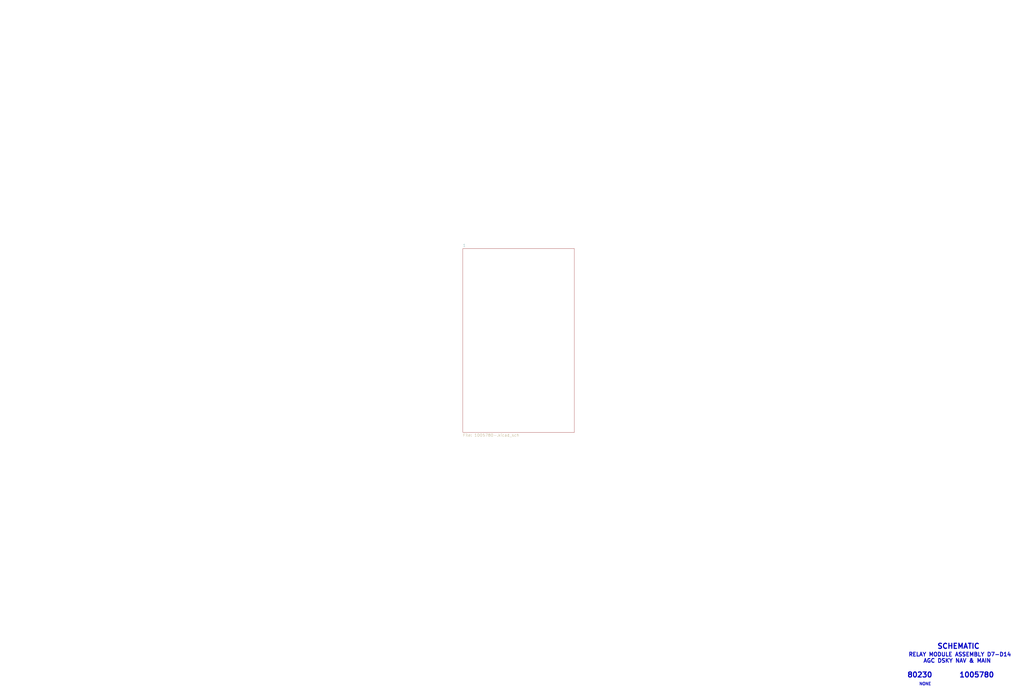
<source format=kicad_sch>
(kicad_sch (version 20211123) (generator eeschema)
  (paper "User" 1270 863.6)
  (lib_symbols)
  (text "80230" (at 1124.839 841.375 0) (effects (font (size 6.35 6.35) (thickness 1.27) bold) (justify left bottom)))
  (text "NONE" (at 1139.825 850.9 0) (effects (font (size 3.556 3.556) (thickness 0.7112) bold) (justify left bottom)))
  (text "SCHEMATIC" (at 1162.05 805.815 0) (effects (font (size 6.35 6.35) (thickness 1.27) bold) (justify left bottom)))
  (text "1005780" (at 1189.355 841.375 0) (effects (font (size 6.35 6.35) (thickness 1.27) bold) (justify left bottom)))
  (text "RELAY MODULE ASSEMBLY D7-D14\n     AGC DSKY NAV & MAIN" (at 1126.49 822.96 0) (effects (font (size 4.826 4.826) (thickness 0.9652) bold) (justify left bottom)))
  (sheet (at 574.04 308.61) (size 138.43 227.965)
    (property "Sheet name" "1" (at 574.04 306.7554 0) (effects (font (size 3.556 3.556)) (justify left bottom)))
    (property "Sheet file" "1005780-.kicad_sch" (at 574.04 538.074 0) (effects (font (size 3.556 3.556)) (justify left top)))
  )
)
</source>
